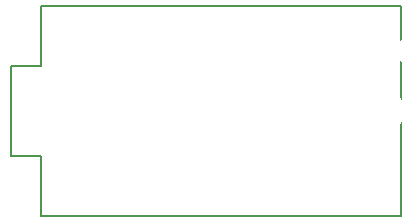
<source format=gbo>
G04 #@! TF.GenerationSoftware,KiCad,Pcbnew,(5.1.4)-1*
G04 #@! TF.CreationDate,2021-12-24T02:42:09+01:00*
G04 #@! TF.ProjectId,5Plank,35506c61-6e6b-42e6-9b69-6361645f7063,rev?*
G04 #@! TF.SameCoordinates,Original*
G04 #@! TF.FileFunction,Legend,Bot*
G04 #@! TF.FilePolarity,Positive*
%FSLAX46Y46*%
G04 Gerber Fmt 4.6, Leading zero omitted, Abs format (unit mm)*
G04 Created by KiCad (PCBNEW (5.1.4)-1) date 2021-12-24 02:42:09*
%MOMM*%
%LPD*%
G04 APERTURE LIST*
%ADD10C,0.150000*%
%ADD11C,2.202000*%
%ADD12R,2.102000X2.102000*%
%ADD13C,2.102000*%
%ADD14R,2.102000X3.302000*%
%ADD15C,1.802000*%
%ADD16C,4.102000*%
%ADD17C,2.302000*%
%ADD18C,1.702000*%
%ADD19R,1.702000X1.702000*%
G04 APERTURE END LIST*
D10*
X132397500Y-76835000D02*
X162877500Y-76835000D01*
X132397500Y-81915000D02*
X132397500Y-76835000D01*
X129857500Y-81915000D02*
X132397500Y-81915000D01*
X129857500Y-89535000D02*
X129857500Y-81915000D01*
X132397500Y-89535000D02*
X129857500Y-89535000D01*
X132397500Y-94615000D02*
X132397500Y-89535000D01*
X162877500Y-94615000D02*
X132397500Y-94615000D01*
X162877500Y-76835000D02*
X162877500Y-94615000D01*
%LPC*%
D11*
X127793750Y-96043750D03*
X127793750Y-75406250D03*
D12*
X233200000Y-92868750D03*
D13*
X235700000Y-92868750D03*
X238200000Y-92868750D03*
D14*
X230100000Y-85368750D03*
X241300000Y-85368750D03*
D13*
X233200000Y-78368750D03*
X238200000Y-78368750D03*
D11*
X214312500Y-96043750D03*
X214312500Y-75406250D03*
D15*
X185261250Y-85725000D03*
X175101250Y-85725000D03*
D16*
X180181250Y-85725000D03*
D17*
X176371250Y-83185000D03*
X182721250Y-80645000D03*
D11*
X169862500Y-75406250D03*
X169862500Y-96043750D03*
X241300000Y-75406250D03*
X241300000Y-96043750D03*
X133350000Y-85725000D03*
D18*
X133667500Y-78105000D03*
X136207500Y-78105000D03*
X138747500Y-78105000D03*
X141287500Y-78105000D03*
X143827500Y-78105000D03*
X146367500Y-78105000D03*
X148907500Y-78105000D03*
X151447500Y-78105000D03*
X153987500Y-78105000D03*
X156527500Y-78105000D03*
X159067500Y-78105000D03*
X161607500Y-78105000D03*
X161607500Y-93345000D03*
X159067500Y-93345000D03*
X156527500Y-93345000D03*
X153987500Y-93345000D03*
X151447500Y-93345000D03*
X148907500Y-93345000D03*
X146367500Y-93345000D03*
X143827500Y-93345000D03*
X141287500Y-93345000D03*
X138747500Y-93345000D03*
X136207500Y-93345000D03*
D19*
X133667500Y-93345000D03*
D15*
X223361250Y-85725000D03*
X213201250Y-85725000D03*
D16*
X218281250Y-85725000D03*
D17*
X214471250Y-83185000D03*
X220821250Y-80645000D03*
D15*
X204311250Y-85725000D03*
X194151250Y-85725000D03*
D16*
X199231250Y-85725000D03*
D17*
X195421250Y-83185000D03*
X201771250Y-80645000D03*
D15*
X166211250Y-85725000D03*
X156051250Y-85725000D03*
D16*
X161131250Y-85725000D03*
D17*
X157321250Y-83185000D03*
X163671250Y-80645000D03*
D15*
X147002500Y-85725000D03*
X136842500Y-85725000D03*
D16*
X141922500Y-85725000D03*
D17*
X138112500Y-83185000D03*
X144462500Y-80645000D03*
M02*

</source>
